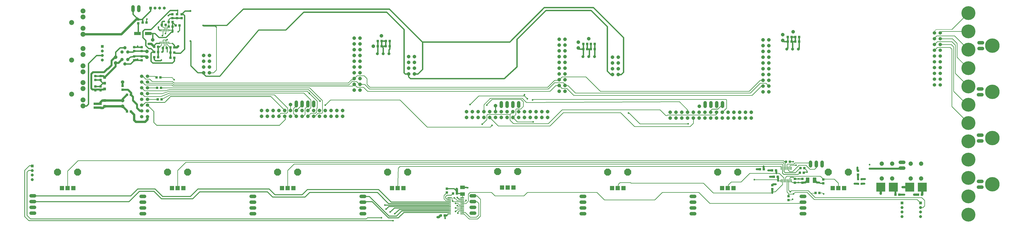
<source format=gbr>
G04 EAGLE Gerber RS-274X export*
G75*
%MOMM*%
%FSLAX34Y34*%
%LPD*%
%INTop Copper*%
%IPPOS*%
%AMOC8*
5,1,8,0,0,1.08239X$1,22.5*%
G01*
%ADD10P,1.649562X8X112.500000*%
%ADD11P,1.649562X8X22.500000*%
%ADD12R,1.308000X1.308000*%
%ADD13P,1.429621X8X202.500000*%
%ADD14P,1.429621X8X22.500000*%
%ADD15C,1.524000*%
%ADD16R,1.000000X1.100000*%
%ADD17C,1.308000*%
%ADD18R,1.100000X1.000000*%
%ADD19P,1.649562X8X202.500000*%
%ADD20R,3.000000X1.400000*%
%ADD21C,1.508000*%
%ADD22R,1.879600X1.879600*%
%ADD23P,3.247170X8X292.500000*%
%ADD24R,0.355600X1.460500*%
%ADD25C,0.102500*%
%ADD26R,2.000000X1.500000*%
%ADD27R,0.304800X0.990600*%
%ADD28C,2.184400*%
%ADD29C,1.879600*%
%ADD30R,4.000000X4.000000*%
%ADD31C,0.222250*%
%ADD32R,1.600000X2.400000*%
%ADD33C,0.254000*%
%ADD34C,0.609600*%
%ADD35C,1.500000*%
%ADD36C,0.812800*%
%ADD37C,0.406400*%
%ADD38C,0.756400*%
%ADD39C,0.304800*%
%ADD40C,1.016000*%
%ADD41C,0.956400*%
%ADD42C,0.508000*%
%ADD43C,0.200000*%
%ADD44C,6.096000*%
%ADD45C,0.203200*%
%ADD46C,6.350000*%


D10*
X850900Y665480D03*
X825500Y665480D03*
X850900Y690880D03*
X825500Y690880D03*
X850900Y716280D03*
X825500Y716280D03*
X850900Y741680D03*
X825500Y741680D03*
X1750060Y660400D03*
X1724660Y660400D03*
X1750060Y685800D03*
X1724660Y685800D03*
X1750060Y711200D03*
X1724660Y711200D03*
X1750060Y736600D03*
X1724660Y736600D03*
X2644140Y657860D03*
X2618740Y657860D03*
X2644140Y683260D03*
X2618740Y683260D03*
X2644140Y708660D03*
X2618740Y708660D03*
X2644140Y734060D03*
X2618740Y734060D03*
X1511300Y589280D03*
X1485900Y589280D03*
X1511300Y614680D03*
X1485900Y614680D03*
X1511300Y640080D03*
X1485900Y640080D03*
X1511300Y665480D03*
X1485900Y665480D03*
X1511300Y690880D03*
X1485900Y690880D03*
X1511300Y716280D03*
X1485900Y716280D03*
X1511300Y741680D03*
X1485900Y741680D03*
X1511300Y767080D03*
X1485900Y767080D03*
X1511300Y792480D03*
X1485900Y792480D03*
X1511300Y817880D03*
X1485900Y817880D03*
X2410460Y584200D03*
X2385060Y584200D03*
X2410460Y609600D03*
X2385060Y609600D03*
X2410460Y635000D03*
X2385060Y635000D03*
X2410460Y660400D03*
X2385060Y660400D03*
X2410460Y685800D03*
X2385060Y685800D03*
X2410460Y711200D03*
X2385060Y711200D03*
X2410460Y736600D03*
X2385060Y736600D03*
X2410460Y762000D03*
X2385060Y762000D03*
X2410460Y787400D03*
X2385060Y787400D03*
X2410460Y812800D03*
X2385060Y812800D03*
X3304540Y581660D03*
X3279140Y581660D03*
X3304540Y607060D03*
X3279140Y607060D03*
X3304540Y632460D03*
X3279140Y632460D03*
X3304540Y657860D03*
X3279140Y657860D03*
X3304540Y683260D03*
X3279140Y683260D03*
X3304540Y708660D03*
X3279140Y708660D03*
X3304540Y734060D03*
X3279140Y734060D03*
X3304540Y759460D03*
X3279140Y759460D03*
X3304540Y784860D03*
X3279140Y784860D03*
X3304540Y810260D03*
X3279140Y810260D03*
D11*
X1079246Y474472D03*
X1079246Y499872D03*
X1104646Y474472D03*
X1104646Y499872D03*
X1130046Y474472D03*
X1130046Y499872D03*
X1155446Y474472D03*
X1155446Y499872D03*
X1180846Y474472D03*
X1180846Y499872D03*
X1206246Y474472D03*
X1206246Y499872D03*
X1231646Y474472D03*
X1231646Y499872D03*
X1257046Y474472D03*
X1257046Y499872D03*
X1282446Y474472D03*
X1282446Y499872D03*
X1307846Y474472D03*
X1307846Y499872D03*
X1333246Y474472D03*
X1333246Y499872D03*
X1358646Y474472D03*
X1358646Y499872D03*
X1384046Y474472D03*
X1384046Y499872D03*
X1409446Y474472D03*
X1409446Y499872D03*
X1434846Y474472D03*
X1434846Y499872D03*
X1978152Y469646D03*
X1978152Y495046D03*
X2003552Y469646D03*
X2003552Y495046D03*
X2028952Y469646D03*
X2028952Y495046D03*
X2054352Y469646D03*
X2054352Y495046D03*
X2079752Y469646D03*
X2079752Y495046D03*
X2105152Y469646D03*
X2105152Y495046D03*
X2130552Y469646D03*
X2130552Y495046D03*
X2155952Y469646D03*
X2155952Y495046D03*
X2181352Y469646D03*
X2181352Y495046D03*
X2206752Y469646D03*
X2206752Y495046D03*
X2232152Y469646D03*
X2232152Y495046D03*
X2257552Y469646D03*
X2257552Y495046D03*
X2282952Y469646D03*
X2282952Y495046D03*
X2308352Y469646D03*
X2308352Y495046D03*
X2333752Y469646D03*
X2333752Y495046D03*
X2871978Y467106D03*
X2871978Y492506D03*
X2897378Y467106D03*
X2897378Y492506D03*
X2922778Y467106D03*
X2922778Y492506D03*
X2948178Y467106D03*
X2948178Y492506D03*
X2973578Y467106D03*
X2973578Y492506D03*
X2998978Y467106D03*
X2998978Y492506D03*
X3024378Y467106D03*
X3024378Y492506D03*
X3049778Y467106D03*
X3049778Y492506D03*
X3075178Y467106D03*
X3075178Y492506D03*
X3100578Y467106D03*
X3100578Y492506D03*
X3125978Y467106D03*
X3125978Y492506D03*
X3151378Y467106D03*
X3151378Y492506D03*
X3176778Y467106D03*
X3176778Y492506D03*
X3202178Y467106D03*
X3202178Y492506D03*
X3227578Y467106D03*
X3227578Y492506D03*
D12*
X391160Y518160D03*
X391160Y543560D03*
X391160Y594360D03*
X391160Y619760D03*
X391160Y645160D03*
D13*
X492760Y723900D03*
X480060Y704850D03*
X467360Y723900D03*
D14*
X467360Y756920D03*
X480060Y775970D03*
X492760Y756920D03*
D15*
X515620Y939800D02*
X515620Y955040D01*
X541020Y955040D02*
X541020Y939800D01*
D16*
X520700Y737480D03*
X520700Y720480D03*
X520700Y778120D03*
X520700Y761120D03*
X373380Y651120D03*
X373380Y634120D03*
X373380Y605400D03*
X373380Y588400D03*
D17*
X1638300Y749300D03*
X1612900Y749300D03*
X1587500Y749300D03*
D18*
X1589160Y782320D03*
X1606160Y782320D03*
X1641212Y782574D03*
X1624212Y782574D03*
D16*
X373380Y512200D03*
X373380Y529200D03*
D11*
X1569720Y782320D03*
D19*
X1605280Y828040D03*
X469900Y518160D03*
X469900Y543560D03*
D16*
X489340Y495300D03*
X506340Y495300D03*
X489340Y568960D03*
X506340Y568960D03*
X672220Y889000D03*
X689220Y889000D03*
D18*
X688340Y922900D03*
X688340Y905900D03*
X708660Y922900D03*
X708660Y905900D03*
X728980Y922900D03*
X728980Y905900D03*
X538480Y883040D03*
X538480Y900040D03*
D16*
X574920Y886460D03*
X557920Y886460D03*
D20*
X534800Y838200D03*
X582800Y838200D03*
D18*
X469900Y590940D03*
X469900Y607940D03*
D12*
X592300Y949960D03*
D17*
X612300Y949960D03*
X632300Y949960D03*
X652300Y949960D03*
D21*
X579120Y472440D03*
X553720Y472440D03*
X579120Y497840D03*
X553720Y497840D03*
X579120Y523240D03*
X553720Y523240D03*
X579120Y548640D03*
X553720Y548640D03*
X579120Y574040D03*
X553720Y574040D03*
X579120Y599440D03*
X553720Y599440D03*
X579120Y624840D03*
X553720Y624840D03*
X579120Y650240D03*
X553720Y650240D03*
D16*
X640960Y548640D03*
X623960Y548640D03*
X638420Y599440D03*
X621420Y599440D03*
X635880Y645160D03*
X618880Y645160D03*
D15*
X1308100Y535940D02*
X1308100Y520700D01*
X1282700Y520700D02*
X1282700Y535940D01*
X1257300Y535940D02*
X1257300Y520700D01*
X1231900Y520700D02*
X1231900Y535940D01*
X2207260Y533400D02*
X2207260Y518160D01*
X2181860Y518160D02*
X2181860Y533400D01*
X2156460Y533400D02*
X2156460Y518160D01*
X2131060Y518160D02*
X2131060Y533400D01*
X3101340Y533400D02*
X3101340Y518160D01*
X3075940Y518160D02*
X3075940Y533400D01*
X3050540Y533400D02*
X3050540Y518160D01*
X3025140Y518160D02*
X3025140Y533400D01*
D11*
X1206500Y525780D03*
X2105660Y520700D03*
X2999740Y518160D03*
X576580Y734060D03*
D19*
X576580Y759460D03*
X439420Y708660D03*
X439420Y734060D03*
D15*
X83820Y48260D02*
X68580Y48260D01*
X68580Y73660D02*
X83820Y73660D01*
X83820Y99060D02*
X68580Y99060D01*
X68580Y124460D02*
X83820Y124460D01*
X551180Y45720D02*
X566420Y45720D01*
X566420Y71120D02*
X551180Y71120D01*
X551180Y96520D02*
X566420Y96520D01*
X566420Y121920D02*
X551180Y121920D01*
X1033780Y45720D02*
X1049020Y45720D01*
X1049020Y71120D02*
X1033780Y71120D01*
X1033780Y96520D02*
X1049020Y96520D01*
X1049020Y121920D02*
X1033780Y121920D01*
X1516380Y45720D02*
X1531620Y45720D01*
X1531620Y71120D02*
X1516380Y71120D01*
X1516380Y96520D02*
X1531620Y96520D01*
X1531620Y121920D02*
X1516380Y121920D01*
X1998980Y48260D02*
X2014220Y48260D01*
X2014220Y73660D02*
X1998980Y73660D01*
X1998980Y99060D02*
X2014220Y99060D01*
X2014220Y124460D02*
X1998980Y124460D01*
X2481580Y45720D02*
X2496820Y45720D01*
X2496820Y71120D02*
X2481580Y71120D01*
X2481580Y96520D02*
X2496820Y96520D01*
X2496820Y121920D02*
X2481580Y121920D01*
X2964180Y45720D02*
X2979420Y45720D01*
X2979420Y71120D02*
X2964180Y71120D01*
X2964180Y96520D02*
X2979420Y96520D01*
X2979420Y121920D02*
X2964180Y121920D01*
X3446780Y45720D02*
X3462020Y45720D01*
X3462020Y71120D02*
X3446780Y71120D01*
X3446780Y96520D02*
X3462020Y96520D01*
X3462020Y121920D02*
X3446780Y121920D01*
D22*
X203600Y158600D03*
X228600Y158600D03*
X253600Y158600D03*
D23*
X184600Y228600D03*
X272600Y228600D03*
D22*
X686200Y158600D03*
X711200Y158600D03*
X736200Y158600D03*
D23*
X667200Y228600D03*
X755200Y228600D03*
D22*
X1168800Y158600D03*
X1193800Y158600D03*
X1218800Y158600D03*
D23*
X1149800Y228600D03*
X1237800Y228600D03*
D22*
X1651400Y158600D03*
X1676400Y158600D03*
X1701400Y158600D03*
D23*
X1632400Y228600D03*
X1720400Y228600D03*
D22*
X2134000Y161140D03*
X2159000Y161140D03*
X2184000Y161140D03*
D23*
X2115000Y231140D03*
X2203000Y231140D03*
D22*
X2616600Y158600D03*
X2641600Y158600D03*
X2666600Y158600D03*
D23*
X2597600Y228600D03*
X2685600Y228600D03*
D22*
X3099200Y158600D03*
X3124200Y158600D03*
X3149200Y158600D03*
D23*
X3080200Y228600D03*
X3168200Y228600D03*
D22*
X3584340Y158600D03*
X3609340Y158600D03*
X3634340Y158600D03*
D23*
X3565340Y228600D03*
X3653340Y228600D03*
D24*
X3402965Y245682D03*
X3396615Y245682D03*
X3390265Y245682D03*
X3383915Y245682D03*
X3377565Y245682D03*
X3371215Y245682D03*
X3364865Y245682D03*
X3358515Y245682D03*
X3358515Y191199D03*
X3364865Y191199D03*
X3371215Y191199D03*
X3377565Y191199D03*
X3383915Y191199D03*
X3390265Y191199D03*
X3396615Y191199D03*
X3402965Y191199D03*
D12*
X3970020Y93500D03*
D17*
X3970020Y73500D03*
X3970020Y53500D03*
X3970020Y33500D03*
D25*
X1909038Y115492D02*
X1894362Y115492D01*
X1894362Y118568D01*
X1909038Y118568D01*
X1909038Y115492D01*
X1909038Y116466D02*
X1894362Y116466D01*
X1894362Y117440D02*
X1909038Y117440D01*
X1909038Y118414D02*
X1894362Y118414D01*
X1894362Y108992D02*
X1909038Y108992D01*
X1894362Y108992D02*
X1894362Y112068D01*
X1909038Y112068D01*
X1909038Y108992D01*
X1909038Y109966D02*
X1894362Y109966D01*
X1894362Y110940D02*
X1909038Y110940D01*
X1909038Y111914D02*
X1894362Y111914D01*
X1894362Y102492D02*
X1909038Y102492D01*
X1894362Y102492D02*
X1894362Y105568D01*
X1909038Y105568D01*
X1909038Y102492D01*
X1909038Y103466D02*
X1894362Y103466D01*
X1894362Y104440D02*
X1909038Y104440D01*
X1909038Y105414D02*
X1894362Y105414D01*
X1894362Y95992D02*
X1909038Y95992D01*
X1894362Y95992D02*
X1894362Y99068D01*
X1909038Y99068D01*
X1909038Y95992D01*
X1909038Y96966D02*
X1894362Y96966D01*
X1894362Y97940D02*
X1909038Y97940D01*
X1909038Y98914D02*
X1894362Y98914D01*
X1894362Y89492D02*
X1909038Y89492D01*
X1894362Y89492D02*
X1894362Y92568D01*
X1909038Y92568D01*
X1909038Y89492D01*
X1909038Y90466D02*
X1894362Y90466D01*
X1894362Y91440D02*
X1909038Y91440D01*
X1909038Y92414D02*
X1894362Y92414D01*
X1894362Y82992D02*
X1909038Y82992D01*
X1894362Y82992D02*
X1894362Y86068D01*
X1909038Y86068D01*
X1909038Y82992D01*
X1909038Y83966D02*
X1894362Y83966D01*
X1894362Y84940D02*
X1909038Y84940D01*
X1909038Y85914D02*
X1894362Y85914D01*
X1894362Y76492D02*
X1909038Y76492D01*
X1894362Y76492D02*
X1894362Y79568D01*
X1909038Y79568D01*
X1909038Y76492D01*
X1909038Y77466D02*
X1894362Y77466D01*
X1894362Y78440D02*
X1909038Y78440D01*
X1909038Y79414D02*
X1894362Y79414D01*
X1894362Y69992D02*
X1909038Y69992D01*
X1894362Y69992D02*
X1894362Y73068D01*
X1909038Y73068D01*
X1909038Y69992D01*
X1909038Y70966D02*
X1894362Y70966D01*
X1894362Y71940D02*
X1909038Y71940D01*
X1909038Y72914D02*
X1894362Y72914D01*
X1894362Y63492D02*
X1909038Y63492D01*
X1894362Y63492D02*
X1894362Y66568D01*
X1909038Y66568D01*
X1909038Y63492D01*
X1909038Y64466D02*
X1894362Y64466D01*
X1894362Y65440D02*
X1909038Y65440D01*
X1909038Y66414D02*
X1894362Y66414D01*
X1894362Y56992D02*
X1909038Y56992D01*
X1894362Y56992D02*
X1894362Y60068D01*
X1909038Y60068D01*
X1909038Y56992D01*
X1909038Y57966D02*
X1894362Y57966D01*
X1894362Y58940D02*
X1909038Y58940D01*
X1909038Y59914D02*
X1894362Y59914D01*
X1894362Y50492D02*
X1909038Y50492D01*
X1894362Y50492D02*
X1894362Y53568D01*
X1909038Y53568D01*
X1909038Y50492D01*
X1909038Y51466D02*
X1894362Y51466D01*
X1894362Y52440D02*
X1909038Y52440D01*
X1909038Y53414D02*
X1894362Y53414D01*
X1894362Y43992D02*
X1909038Y43992D01*
X1894362Y43992D02*
X1894362Y47068D01*
X1909038Y47068D01*
X1909038Y43992D01*
X1909038Y44966D02*
X1894362Y44966D01*
X1894362Y45940D02*
X1909038Y45940D01*
X1909038Y46914D02*
X1894362Y46914D01*
X1951762Y43992D02*
X1966438Y43992D01*
X1951762Y43992D02*
X1951762Y47068D01*
X1966438Y47068D01*
X1966438Y43992D01*
X1966438Y44966D02*
X1951762Y44966D01*
X1951762Y45940D02*
X1966438Y45940D01*
X1966438Y46914D02*
X1951762Y46914D01*
X1951762Y50492D02*
X1966438Y50492D01*
X1951762Y50492D02*
X1951762Y53568D01*
X1966438Y53568D01*
X1966438Y50492D01*
X1966438Y51466D02*
X1951762Y51466D01*
X1951762Y52440D02*
X1966438Y52440D01*
X1966438Y53414D02*
X1951762Y53414D01*
X1951762Y56992D02*
X1966438Y56992D01*
X1951762Y56992D02*
X1951762Y60068D01*
X1966438Y60068D01*
X1966438Y56992D01*
X1966438Y57966D02*
X1951762Y57966D01*
X1951762Y58940D02*
X1966438Y58940D01*
X1966438Y59914D02*
X1951762Y59914D01*
X1951762Y63492D02*
X1966438Y63492D01*
X1951762Y63492D02*
X1951762Y66568D01*
X1966438Y66568D01*
X1966438Y63492D01*
X1966438Y64466D02*
X1951762Y64466D01*
X1951762Y65440D02*
X1966438Y65440D01*
X1966438Y66414D02*
X1951762Y66414D01*
X1951762Y69992D02*
X1966438Y69992D01*
X1951762Y69992D02*
X1951762Y73068D01*
X1966438Y73068D01*
X1966438Y69992D01*
X1966438Y70966D02*
X1951762Y70966D01*
X1951762Y71940D02*
X1966438Y71940D01*
X1966438Y72914D02*
X1951762Y72914D01*
X1951762Y76492D02*
X1966438Y76492D01*
X1951762Y76492D02*
X1951762Y79568D01*
X1966438Y79568D01*
X1966438Y76492D01*
X1966438Y77466D02*
X1951762Y77466D01*
X1951762Y78440D02*
X1966438Y78440D01*
X1966438Y79414D02*
X1951762Y79414D01*
X1951762Y82992D02*
X1966438Y82992D01*
X1951762Y82992D02*
X1951762Y86068D01*
X1966438Y86068D01*
X1966438Y82992D01*
X1966438Y83966D02*
X1951762Y83966D01*
X1951762Y84940D02*
X1966438Y84940D01*
X1966438Y85914D02*
X1951762Y85914D01*
X1951762Y89492D02*
X1966438Y89492D01*
X1951762Y89492D02*
X1951762Y92568D01*
X1966438Y92568D01*
X1966438Y89492D01*
X1966438Y90466D02*
X1951762Y90466D01*
X1951762Y91440D02*
X1966438Y91440D01*
X1966438Y92414D02*
X1951762Y92414D01*
X1951762Y95992D02*
X1966438Y95992D01*
X1951762Y95992D02*
X1951762Y99068D01*
X1966438Y99068D01*
X1966438Y95992D01*
X1966438Y96966D02*
X1951762Y96966D01*
X1951762Y97940D02*
X1966438Y97940D01*
X1966438Y98914D02*
X1951762Y98914D01*
X1951762Y102492D02*
X1966438Y102492D01*
X1951762Y102492D02*
X1951762Y105568D01*
X1966438Y105568D01*
X1966438Y102492D01*
X1966438Y103466D02*
X1951762Y103466D01*
X1951762Y104440D02*
X1966438Y104440D01*
X1966438Y105414D02*
X1951762Y105414D01*
X1951762Y108992D02*
X1966438Y108992D01*
X1951762Y108992D02*
X1951762Y112068D01*
X1966438Y112068D01*
X1966438Y108992D01*
X1966438Y109966D02*
X1951762Y109966D01*
X1951762Y110940D02*
X1966438Y110940D01*
X1966438Y111914D02*
X1951762Y111914D01*
X1951762Y115492D02*
X1966438Y115492D01*
X1951762Y115492D02*
X1951762Y118568D01*
X1966438Y118568D01*
X1966438Y115492D01*
X1966438Y116466D02*
X1951762Y116466D01*
X1951762Y117440D02*
X1966438Y117440D01*
X1966438Y118414D02*
X1951762Y118414D01*
D16*
X1936360Y134620D03*
X1919360Y134620D03*
D18*
X1866020Y38100D03*
X1883020Y38100D03*
D26*
X1960880Y132320D03*
X1960880Y162320D03*
D18*
X1892300Y138820D03*
X1892300Y155820D03*
D27*
X671830Y852678D03*
X665480Y852678D03*
X659130Y852678D03*
X652780Y852678D03*
X646430Y852678D03*
X640080Y852678D03*
X633730Y852678D03*
X671830Y798322D03*
X665480Y798322D03*
X659130Y798322D03*
X652780Y798322D03*
X646430Y798322D03*
X640080Y798322D03*
X633730Y798322D03*
D16*
X608720Y756920D03*
X625720Y756920D03*
X608720Y734060D03*
X625720Y734060D03*
X696840Y754380D03*
X679840Y754380D03*
X696840Y731520D03*
X679840Y731520D03*
D12*
X381000Y781840D03*
D17*
X381000Y761840D03*
X381000Y741840D03*
X381000Y721840D03*
D16*
X625720Y779780D03*
X608720Y779780D03*
X679840Y777240D03*
X696840Y777240D03*
D21*
X4030980Y840740D03*
X4056380Y840740D03*
X4030980Y815340D03*
X4056380Y815340D03*
X4030980Y789940D03*
X4056380Y789940D03*
X4030980Y764540D03*
X4056380Y764540D03*
X4030980Y739140D03*
X4056380Y739140D03*
X4030980Y713740D03*
X4056380Y713740D03*
X4030980Y688340D03*
X4056380Y688340D03*
X4030980Y662940D03*
X4056380Y662940D03*
X4030980Y637540D03*
X4056380Y637540D03*
X4030980Y612140D03*
X4056380Y612140D03*
D15*
X4226560Y797560D02*
X4241800Y797560D01*
X4241800Y772160D02*
X4226560Y772160D01*
X4224020Y594360D02*
X4239260Y594360D01*
X4239260Y568960D02*
X4224020Y568960D01*
X4224020Y187960D02*
X4239260Y187960D01*
X4239260Y162560D02*
X4224020Y162560D01*
X4224020Y391160D02*
X4239260Y391160D01*
X4239260Y365760D02*
X4224020Y365760D01*
D28*
X246380Y721360D03*
X296380Y746360D03*
X296380Y772360D03*
X296380Y696360D03*
X296380Y670360D03*
X246380Y571500D03*
X296380Y596500D03*
X296380Y622500D03*
X296380Y546500D03*
X296380Y520500D03*
X246380Y886460D03*
X296380Y911460D03*
X296380Y937460D03*
X296380Y861460D03*
X296380Y835460D03*
D16*
X553720Y737480D03*
X553720Y720480D03*
D18*
X663820Y774700D03*
X646820Y774700D03*
X641740Y876300D03*
X658740Y876300D03*
D16*
X553720Y778120D03*
X553720Y761120D03*
X350520Y651120D03*
X350520Y634120D03*
X350520Y605400D03*
X350520Y588400D03*
X347980Y512200D03*
X347980Y529200D03*
D18*
X1641720Y805180D03*
X1624720Y805180D03*
X1589160Y805180D03*
X1606160Y805180D03*
D16*
X702700Y873760D03*
X719700Y873760D03*
D17*
X2540000Y736600D03*
X2514600Y736600D03*
X2489200Y736600D03*
D18*
X2490860Y769620D03*
X2507860Y769620D03*
X2540880Y769620D03*
X2523880Y769620D03*
D11*
X2468880Y774700D03*
X2514600Y815340D03*
D18*
X2540880Y792480D03*
X2523880Y792480D03*
X2490860Y792480D03*
X2507860Y792480D03*
D17*
X3434080Y769620D03*
X3408680Y769620D03*
X3383280Y769620D03*
D18*
X3387480Y802640D03*
X3404480Y802640D03*
X3437500Y802640D03*
X3420500Y802640D03*
D11*
X3365500Y807720D03*
X3411220Y845820D03*
D18*
X3437500Y822960D03*
X3420500Y822960D03*
X3387480Y822960D03*
X3404480Y822960D03*
D11*
X3365500Y833120D03*
X2468880Y800100D03*
D16*
X3418840Y182000D03*
X3418840Y199000D03*
X3451860Y182000D03*
X3451860Y199000D03*
D29*
X3927094Y201168D03*
X3927094Y266192D03*
X3972306Y201168D03*
X3972306Y266192D03*
D30*
X3850200Y162560D03*
X3795200Y162560D03*
D16*
X3859920Y129540D03*
X3876920Y129540D03*
D29*
X3800094Y201168D03*
X3800094Y266192D03*
X3845306Y201168D03*
X3845306Y266192D03*
D12*
X73660Y256060D03*
D17*
X73660Y236060D03*
X73660Y216060D03*
X73660Y196060D03*
D12*
X3888740Y93500D03*
D17*
X3888740Y73500D03*
X3888740Y53500D03*
X3888740Y33500D03*
D31*
X3699034Y194786D02*
X3692366Y194786D01*
X3692366Y201454D01*
X3699034Y201454D01*
X3699034Y194786D01*
X3699034Y196898D02*
X3692366Y196898D01*
X3692366Y199010D02*
X3699034Y199010D01*
X3699034Y201122D02*
X3692366Y201122D01*
X3707606Y194786D02*
X3714274Y194786D01*
X3707606Y194786D02*
X3707606Y201454D01*
X3714274Y201454D01*
X3714274Y194786D01*
X3714274Y196898D02*
X3707606Y196898D01*
X3707606Y199010D02*
X3714274Y199010D01*
X3714274Y201122D02*
X3707606Y201122D01*
X3699034Y174466D02*
X3692366Y174466D01*
X3692366Y181134D01*
X3699034Y181134D01*
X3699034Y174466D01*
X3699034Y176578D02*
X3692366Y176578D01*
X3692366Y178690D02*
X3699034Y178690D01*
X3699034Y180802D02*
X3692366Y180802D01*
X3707606Y174466D02*
X3714274Y174466D01*
X3707606Y174466D02*
X3707606Y181134D01*
X3714274Y181134D01*
X3714274Y174466D01*
X3714274Y176578D02*
X3707606Y176578D01*
X3707606Y178690D02*
X3714274Y178690D01*
X3714274Y180802D02*
X3707606Y180802D01*
D15*
X3881120Y246380D02*
X3896360Y246380D01*
X3896360Y271780D02*
X3881120Y271780D01*
D18*
X3379860Y274320D03*
X3396860Y274320D03*
X3443360Y246380D03*
X3460360Y246380D03*
X3440820Y226060D03*
X3457820Y226060D03*
X3282560Y241300D03*
X3265560Y241300D03*
X3343520Y208280D03*
X3326520Y208280D03*
D16*
X3319780Y154060D03*
X3319780Y171060D03*
D18*
X3335900Y236220D03*
X3318900Y236220D03*
D16*
X3543300Y196460D03*
X3543300Y179460D03*
D30*
X3977200Y162560D03*
X3922200Y162560D03*
D16*
X3975980Y129540D03*
X3958980Y129540D03*
D18*
X3390900Y105800D03*
X3390900Y122800D03*
D16*
X3526400Y137160D03*
X3509400Y137160D03*
D15*
X3487420Y256540D02*
X3487420Y271780D01*
X3512820Y271780D02*
X3512820Y256540D01*
X3538220Y256540D02*
X3538220Y271780D01*
D18*
X3695700Y234560D03*
X3695700Y217560D03*
X672220Y868680D03*
X689220Y868680D03*
D11*
X601980Y810260D03*
D32*
X3474960Y193040D03*
X3504960Y193040D03*
D33*
X373380Y634120D02*
X373380Y635000D01*
X372110Y633730D01*
X370840Y632460D01*
X368380Y632460D01*
X373380Y634120D02*
X373380Y629920D01*
D34*
X383540Y619760D02*
X391160Y619760D01*
X383540Y619760D02*
X373380Y629920D01*
D33*
X373380Y605400D02*
X373380Y604520D01*
X370840Y607060D01*
X368380Y607060D01*
X373380Y605400D02*
X373380Y609600D01*
D34*
X383540Y619760D01*
D33*
X520700Y720480D02*
X523200Y723980D01*
D35*
X469900Y624840D03*
D36*
X469900Y607940D01*
D37*
X574920Y886460D02*
X574920Y900040D01*
X576580Y901700D01*
D38*
X576580Y901700D03*
D33*
X659130Y878731D02*
X659130Y876300D01*
X659130Y852678D01*
D34*
X371720Y634120D02*
X350520Y634120D01*
D37*
X371720Y634120D02*
X372110Y633730D01*
D34*
X369180Y605400D02*
X350520Y605400D01*
X369180Y605400D02*
X370840Y607060D01*
X520700Y720480D02*
X553720Y720480D01*
D33*
X663820Y774700D02*
X663820Y778900D01*
X659130Y783590D02*
X659130Y798322D01*
X659130Y783590D02*
X663820Y778900D01*
X646430Y798322D02*
X646430Y808990D01*
X647700Y810260D01*
X657860Y810260D02*
X659130Y808990D01*
X659130Y807720D01*
X659130Y798322D01*
X657860Y810260D02*
X647700Y810260D01*
D34*
X520700Y720480D02*
X505070Y704850D01*
X480060Y704850D01*
X520700Y778120D02*
X553720Y778120D01*
D37*
X663820Y774700D02*
X665480Y773040D01*
X665480Y756920D01*
X659130Y807720D02*
X661670Y810260D01*
X663928Y810260D01*
X665480Y811812D01*
D38*
X665480Y811812D03*
X657860Y838200D03*
D33*
X659130Y839470D02*
X659130Y852678D01*
X659130Y839470D02*
X657860Y838200D01*
D34*
X658740Y876300D02*
X659130Y876300D01*
D37*
X535940Y782320D02*
X530860Y777240D01*
X521580Y777240D02*
X520700Y778120D01*
X521580Y777240D02*
X530860Y777240D01*
D38*
X535940Y782320D03*
D37*
X521580Y721360D02*
X520700Y720480D01*
X521580Y721360D02*
X535940Y721360D01*
X525108Y724888D02*
X520700Y720480D01*
X525108Y724888D02*
X535940Y724888D01*
D38*
X535940Y724888D03*
D34*
X520700Y737480D02*
X503852Y734992D01*
X492760Y723900D01*
X571500Y739140D02*
X576580Y734060D01*
X522360Y739140D02*
X520700Y737480D01*
X522360Y739140D02*
X571500Y739140D01*
D33*
X646430Y866140D02*
X641858Y870712D01*
X646430Y866140D02*
X651510Y866140D01*
X653233Y864417D01*
X653233Y853131D01*
X652780Y852678D01*
D34*
X641858Y870712D02*
X641740Y870830D01*
X641740Y876300D01*
D38*
X652780Y891540D03*
D34*
X645160Y891540D01*
X642620Y889000D01*
X642620Y877180D02*
X641740Y876300D01*
X642620Y877180D02*
X642620Y889000D01*
D37*
X573160Y737480D02*
X553720Y737480D01*
X573160Y737480D02*
X576580Y734060D01*
D33*
X652780Y784860D02*
X652780Y798322D01*
X646820Y778900D02*
X646820Y774700D01*
X646820Y778900D02*
X652780Y784860D01*
D34*
X576580Y759460D02*
X574920Y761120D01*
X553720Y761120D01*
X520700Y761120D01*
X516500Y756920D01*
X492760Y756920D01*
X646820Y758580D02*
X646820Y774700D01*
X646820Y758580D02*
X645160Y756920D01*
X642620Y756920D01*
D38*
X642620Y756920D03*
D33*
X553720Y574040D02*
X566420Y561340D01*
X637540Y561340D01*
X675640Y576580D01*
X1264920Y576580D01*
X1295400Y546100D01*
X1295400Y512515D01*
X1282757Y499872D01*
X1282446Y499872D01*
D38*
X2047240Y439420D03*
D33*
X2067560Y459740D01*
X2067560Y480060D01*
X2070100Y482600D01*
X2169160Y482600D01*
X2181352Y494792D02*
X2181352Y495046D01*
X2181352Y494792D02*
X2169160Y482600D01*
X2169160Y482854D02*
X2181352Y495046D01*
X2169160Y482854D02*
X2169160Y457200D01*
X2184400Y441960D01*
X2336800Y441960D02*
X2397760Y502920D01*
X2827020Y502920D01*
X2852420Y477520D01*
X2857500Y477520D01*
X2860040Y480060D01*
X3070860Y480060D01*
X3075178Y484378D01*
X3075178Y492506D01*
X2336800Y441960D02*
X2184400Y441960D01*
X642620Y574040D02*
X579120Y574040D01*
X642620Y574040D02*
X673100Y584200D01*
X1280160Y584200D01*
X1289050Y575310D01*
X1323340Y541020D01*
X1323340Y510540D01*
X1320800Y508000D01*
X1320800Y492760D01*
X1315720Y487680D01*
X1295654Y487680D02*
X1282446Y474472D01*
X1295654Y487680D02*
X1315720Y487680D01*
X2181352Y469646D02*
X2194306Y482600D01*
X2194560Y482600D01*
X2194560Y505460D01*
X2196817Y507717D01*
X2201897Y507717D01*
X2202631Y506984D01*
X2216404Y506984D01*
X2227580Y518160D01*
X2227580Y538480D01*
X2217420Y548640D01*
X2090420Y548640D01*
X2067560Y525780D01*
X2067560Y523240D01*
D38*
X2067560Y523240D03*
X1289050Y575310D03*
X2950436Y441134D03*
D33*
X2738947Y441134D01*
X2689860Y490220D01*
X2688590Y488950D01*
D38*
X2688590Y488950D03*
X2270760Y449580D03*
D33*
X2201418Y449580D01*
X2181352Y469646D01*
X1290320Y599440D02*
X638420Y599440D01*
X1290320Y599440D02*
X1346200Y543560D01*
X1346200Y490220D01*
X1343660Y487680D01*
X1312672Y474472D02*
X1307846Y474472D01*
X1325880Y487680D02*
X1343660Y487680D01*
X1325880Y487680D02*
X1312672Y474472D01*
D38*
X1993900Y525780D03*
D33*
X2032000Y563880D01*
X2227580Y563880D01*
X2232660Y563880D01*
X2245360Y551180D01*
D38*
X2245360Y551180D03*
X2232660Y568960D03*
D33*
X2227580Y563880D01*
X566420Y586740D02*
X553720Y599440D01*
X566420Y586740D02*
X656759Y586740D01*
X675386Y592328D01*
X1284732Y592328D01*
X1336040Y541020D01*
D38*
X1336040Y541020D03*
X2090420Y434340D03*
D33*
X2082800Y426720D01*
D38*
X1358900Y523240D03*
D33*
X1805940Y426720D02*
X2082800Y426720D01*
X1805940Y426720D02*
X1686560Y546100D01*
X1381760Y546100D01*
X1358900Y523240D01*
X3100578Y492506D02*
X3119120Y511048D01*
X3119120Y546100D01*
X3116580Y548640D01*
X2270760Y548640D02*
X2268220Y546100D01*
D38*
X2268220Y546100D03*
D33*
X2270760Y548640D02*
X3116580Y548640D01*
X558800Y650240D02*
X553720Y650240D01*
X558800Y650240D02*
X571500Y637540D01*
X589280Y637540D01*
X599440Y627380D01*
X688594Y627380D01*
X694690Y621284D01*
X1459484Y621284D01*
X1473200Y635000D01*
X1480820Y635000D01*
X1485900Y640080D01*
X1498600Y652780D01*
X1529080Y652780D02*
X1541780Y640080D01*
X1541780Y614680D01*
X1554480Y601980D01*
X2334260Y601980D01*
X2364740Y632460D01*
X2382520Y632460D01*
X2385060Y635000D01*
X1529080Y652780D02*
X1498600Y652780D01*
X2385060Y635000D02*
X2397760Y647700D01*
X2565400Y584200D02*
X3218180Y584200D01*
X3266440Y632460D02*
X3279140Y632460D01*
X3266440Y632460D02*
X3218180Y584200D01*
X2501900Y647700D02*
X2397760Y647700D01*
X2501900Y647700D02*
X2565400Y584200D01*
D38*
X696214Y635508D03*
D33*
X686562Y645160D02*
X635880Y645160D01*
X686562Y645160D02*
X696214Y635508D01*
X556260Y624840D02*
X553720Y624840D01*
X556260Y624840D02*
X568960Y612140D01*
X685800Y612140D01*
X690880Y607060D01*
X1478280Y607060D01*
X1485900Y614680D01*
X1498600Y601980D01*
X1526540Y601980D01*
X1544320Y584200D01*
X2344420Y584200D01*
X2369820Y609600D01*
X2385060Y609600D01*
X2395220Y599440D01*
X2395220Y596900D01*
X3271520Y607060D02*
X3279140Y607060D01*
X2418080Y596900D02*
X2395220Y596900D01*
X2418080Y596900D02*
X2448560Y566420D01*
X3230880Y566420D01*
X3271520Y607060D01*
X3291840Y619760D02*
X3304540Y607060D01*
X2423160Y609600D02*
X2410460Y609600D01*
X3266440Y619760D02*
X3291840Y619760D01*
X3266440Y619760D02*
X3223260Y576580D01*
X2456180Y576580D01*
X2423160Y609600D01*
X2410460Y609600D02*
X2410460Y614680D01*
X2402840Y622300D01*
X2364740Y622300D01*
X2336800Y594360D01*
X1551940Y594360D01*
X1531620Y614680D01*
X1511300Y614680D01*
X1508760Y614680D01*
X1496060Y627380D01*
X1475740Y627380D01*
X1461770Y613410D01*
X693674Y613410D01*
X687324Y619760D01*
X584200Y619760D01*
X579120Y624840D01*
D39*
X559005Y523240D02*
X553720Y523240D01*
X559005Y523240D02*
X571371Y535606D01*
X654986Y535606D01*
X1180846Y500634D02*
X1180846Y499872D01*
X680720Y561340D02*
X654986Y535606D01*
X680720Y561340D02*
X1120140Y561340D01*
X1180846Y500634D01*
D33*
X2948178Y502720D02*
X2948178Y492506D01*
X2912305Y538592D02*
X2240683Y535537D01*
X2222500Y553720D01*
X2082800Y553720D01*
X2054352Y525272D01*
X2054352Y495046D01*
X2912305Y538592D02*
X2948178Y502720D01*
D39*
X607060Y495300D02*
X579120Y523240D01*
X607060Y495300D02*
X607060Y447040D01*
X619760Y434340D01*
X1158240Y434340D02*
X1183640Y459740D01*
X1183640Y471678D01*
X1180846Y474472D01*
X1158240Y434340D02*
X619760Y434340D01*
D33*
X2973578Y443738D02*
X2973578Y467106D01*
X2973578Y443738D02*
X2959100Y429260D01*
X2715260Y429260D01*
X2654300Y490220D01*
X2402840Y490220D01*
X2344420Y431800D01*
X2117598Y431800D01*
X2079752Y469646D01*
X678180Y568970D02*
X640960Y548640D01*
X1135380Y568960D02*
X1193800Y510540D01*
X1193800Y492760D01*
X1188720Y487680D01*
X1163320Y487680D01*
X1155446Y479806D01*
X1155446Y474472D01*
X1135380Y568960D02*
X678180Y568970D01*
D36*
X467360Y723900D02*
X452120Y708660D01*
X439420Y708660D01*
X439420Y693420D01*
X391160Y645160D01*
D34*
X373380Y651120D02*
X350520Y651120D01*
D36*
X373380Y651120D02*
X385200Y651120D01*
X391160Y645160D01*
D33*
X391160Y594360D02*
X373420Y594360D01*
X373403Y591820D01*
X373380Y588400D01*
D36*
X436880Y734060D02*
X439420Y734060D01*
X436880Y734060D02*
X421640Y718820D01*
X421640Y698500D01*
X406400Y683260D01*
X403860Y683260D01*
X388620Y668020D01*
X340360Y668020D01*
X332740Y660400D01*
X337860Y591780D02*
X388580Y591780D01*
X391160Y594360D01*
X332740Y596900D02*
X332740Y660400D01*
X332740Y596900D02*
X337860Y591780D01*
D34*
X458470Y775970D02*
X480060Y775970D01*
X458470Y775970D02*
X439420Y756920D01*
X439420Y734060D01*
D37*
X353940Y591820D02*
X350520Y588400D01*
X353940Y591820D02*
X373403Y591820D01*
D34*
X1589160Y750960D02*
X1589160Y782320D01*
X1589160Y750960D02*
X1587500Y749300D01*
X1589160Y782320D02*
X1589160Y805180D01*
D40*
X520700Y480940D02*
X506340Y495300D01*
X520700Y480940D02*
X520700Y457200D01*
X528320Y449580D01*
X568960Y449580D02*
X579120Y459740D01*
X579120Y472440D01*
X568960Y449580D02*
X528320Y449580D01*
D34*
X1638300Y749300D02*
X1638300Y767080D01*
X1641212Y769992D02*
X1641212Y782574D01*
X1641212Y769992D02*
X1638300Y767080D01*
X1641212Y782574D02*
X1641212Y804672D01*
X1641720Y805180D01*
X3437500Y802640D02*
X3437500Y822960D01*
X3437500Y802640D02*
X3437500Y773040D01*
X3434080Y769620D01*
X2540880Y769620D02*
X2540880Y737480D01*
X2540000Y736600D01*
X2540880Y769620D02*
X2540880Y792480D01*
D40*
X469900Y543560D02*
X391160Y543560D01*
X381000Y543560D01*
X373380Y535940D01*
D33*
X373380Y529200D01*
X372110Y534670D02*
X373380Y535940D01*
D36*
X469900Y549520D02*
X489340Y568960D01*
X469900Y549520D02*
X469900Y543560D01*
D40*
X371720Y529200D02*
X347980Y529200D01*
X371720Y529200D02*
X372110Y534670D01*
X391160Y518160D02*
X469900Y518160D01*
X391160Y518160D02*
X383540Y510540D01*
X375040Y510540D02*
X373380Y512200D01*
X375040Y510540D02*
X383540Y510540D01*
D36*
X469900Y518160D02*
X489340Y498720D01*
X489340Y495300D01*
D40*
X373380Y512200D02*
X347980Y512200D01*
D36*
X469900Y590940D02*
X493640Y590940D01*
X508000Y576580D01*
X508000Y570620D01*
X506340Y568960D01*
X546100Y497840D02*
X553720Y497840D01*
X533400Y525780D02*
X515620Y543560D01*
X533400Y525780D02*
X533400Y510540D01*
X546100Y497840D01*
D34*
X1606160Y782320D02*
X1606160Y805180D01*
X1624720Y805180D01*
X1624212Y804672D01*
X1624212Y782574D01*
X1623958Y782320D01*
X1606160Y782320D01*
X1612900Y775580D01*
X1612900Y749300D01*
X3404480Y802640D02*
X3404480Y822960D01*
X3404480Y802640D02*
X3420500Y802640D01*
X3420500Y822960D01*
X3404480Y822960D01*
X3404480Y802640D02*
X3408680Y798440D01*
X3408680Y769620D01*
X2507860Y769620D02*
X2507860Y792480D01*
X2523880Y792480D02*
X2523880Y769620D01*
X2517140Y769620D01*
X2507860Y769620D01*
X2517140Y769620D02*
X2517140Y739140D01*
X2514600Y736600D01*
D36*
X515620Y559680D02*
X506340Y568960D01*
X515620Y559680D02*
X515620Y543560D01*
D38*
X492760Y591058D03*
D34*
X676520Y922900D02*
X688340Y922900D01*
X676520Y922900D02*
X670560Y916940D01*
D38*
X670560Y916940D03*
D34*
X608720Y723900D02*
X613800Y718820D01*
X608720Y723900D02*
X608720Y734060D01*
D37*
X637540Y718820D02*
X640080Y721360D01*
D34*
X637540Y718820D02*
X613800Y718820D01*
D38*
X640080Y721360D03*
X711200Y939800D03*
D37*
X711200Y929640D01*
X708660Y927100D01*
X708660Y922900D01*
D34*
X696840Y731520D02*
X696840Y717160D01*
X688340Y708660D01*
X601980Y708660D01*
X594360Y716280D01*
X594360Y751840D01*
X599440Y756920D01*
X607060Y756920D01*
D37*
X608720Y756920D01*
D34*
X678180Y939800D02*
X711200Y939800D01*
X566420Y855980D02*
X558800Y848360D01*
X558800Y820420D01*
X571500Y807720D02*
X571500Y784860D01*
X584200Y772160D01*
X594360Y772160D01*
X607060Y759460D01*
D39*
X607060Y756920D01*
D34*
X594360Y855980D02*
X678180Y939800D01*
X594360Y855980D02*
X566420Y855980D01*
X558800Y820420D02*
X571500Y807720D01*
D41*
X767080Y937260D03*
D34*
X743340Y937260D02*
X728980Y922900D01*
X743340Y937260D02*
X767080Y937260D01*
X735720Y922900D02*
X728980Y922900D01*
X735720Y922900D02*
X741680Y916940D01*
X741680Y769620D01*
X723900Y751840D01*
X699380Y751840D01*
D37*
X696840Y754380D01*
D33*
X672220Y871220D02*
X672220Y889000D01*
X672220Y871220D02*
X665907Y864907D01*
X665480Y863600D01*
D34*
X688340Y905900D02*
X708660Y905900D01*
X728980Y905900D01*
D37*
X688340Y905900D02*
X678960Y905900D01*
X672220Y899160D01*
X672220Y889000D01*
D33*
X665480Y863600D02*
X665480Y852678D01*
X669680Y866140D02*
X672220Y868680D01*
X669680Y866140D02*
X666649Y866140D01*
X665480Y864971D02*
X665480Y852678D01*
X665480Y864971D02*
X666649Y866140D01*
D34*
X538480Y883040D02*
X538480Y841880D01*
X534800Y838200D01*
X538480Y900040D02*
X555380Y900040D01*
D37*
X556260Y899160D01*
X557920Y886460D01*
D34*
X538480Y900040D02*
X515620Y922900D01*
X515620Y947420D01*
X592300Y949960D02*
X592300Y937740D01*
X557920Y903360D01*
X557920Y886460D01*
D40*
X538480Y900040D02*
X533840Y904680D01*
X464620Y835460D02*
X296380Y835460D01*
X464620Y835460D02*
X533840Y904680D01*
D33*
X618000Y646040D02*
X618880Y645160D01*
X618000Y646040D02*
X616340Y646040D01*
X612140Y650240D01*
X579120Y650240D01*
X579120Y599440D02*
X621420Y599440D01*
X623960Y548640D02*
X579120Y548640D01*
X1231900Y528320D02*
X1231900Y520700D01*
X1219200Y508000D01*
X1219200Y486918D01*
X1231646Y474472D01*
X1257300Y525526D02*
X1257300Y528320D01*
X1257300Y525526D02*
X1231646Y499872D01*
X1282700Y520700D02*
X1282700Y528320D01*
X1282700Y520700D02*
X1270000Y508000D01*
X1270000Y482600D01*
X1261872Y474472D01*
X1257046Y474472D01*
D39*
X3081020Y505460D02*
X3101340Y525780D01*
X3081020Y505460D02*
X3055620Y505460D01*
X3049778Y499618D01*
X3049778Y492506D01*
D33*
X1206500Y500126D02*
X1206500Y525780D01*
X1206500Y500126D02*
X1206246Y499872D01*
D37*
X2105660Y495554D02*
X2105660Y520700D01*
X2105660Y495554D02*
X2105152Y495046D01*
D33*
X3377565Y269875D02*
X3377565Y245682D01*
X3377565Y269875D02*
X3376490Y270950D01*
X3368040Y279400D01*
X274320Y279400D01*
X228600Y233680D01*
X228600Y158600D01*
D39*
X3376490Y270950D02*
X3379860Y274320D01*
D33*
X3371215Y266860D02*
X3371215Y245682D01*
X746760Y271780D02*
X711200Y236220D01*
X711200Y158600D01*
X3366295Y271780D02*
X3371215Y266860D01*
X3366295Y271780D02*
X746760Y271780D01*
D39*
X3371215Y245682D02*
X3371215Y230759D01*
X3375660Y226314D01*
X3421634Y226314D01*
X3441700Y246380D02*
X3443360Y246380D01*
X3441700Y246380D02*
X3421634Y226314D01*
D33*
X3364865Y245682D02*
X3364865Y264160D01*
X1221740Y264160D01*
X1193800Y236220D01*
X1193800Y158600D01*
D39*
X3364865Y224155D02*
X3364865Y245682D01*
X3364865Y224155D02*
X3370580Y218440D01*
X3433200Y218440D01*
X3440820Y226060D01*
D33*
X3358515Y245682D02*
X3358515Y254000D01*
X1686560Y254000D02*
X1678940Y246380D01*
X1676400Y158600D01*
X3281680Y254000D02*
X3358515Y254000D01*
X3281680Y254000D02*
X1686560Y254000D01*
D36*
X3281680Y242180D02*
X3282560Y241300D01*
X3281680Y242180D02*
X3281680Y254000D01*
D33*
X3241739Y196279D02*
X3345180Y196279D01*
X3345180Y191199D02*
X3358515Y191199D01*
X3241739Y196279D02*
X3241040Y195580D01*
D38*
X3241040Y195580D03*
D36*
X3343520Y208280D02*
X3345180Y206620D01*
X3345180Y196279D01*
X3345180Y191199D01*
D33*
X3364865Y191199D02*
X3364865Y174625D01*
X3060700Y137160D02*
X3017520Y180340D01*
X2700020Y180340D01*
X2697480Y182880D01*
X2651760Y182880D01*
X2644140Y175260D01*
X2641600Y158600D01*
X3332480Y142240D02*
X3364865Y174625D01*
X3332480Y142240D02*
X3319780Y142240D01*
X3319780Y137160D02*
X3060700Y137160D01*
D36*
X3319780Y142240D02*
X3319780Y154060D01*
X3319780Y142240D02*
X3319780Y137160D01*
D33*
X3371215Y191199D02*
X3370580Y191834D01*
X3370580Y203200D01*
X3350260Y223520D01*
X3182620Y185420D02*
X3139440Y185420D01*
X3126740Y172720D01*
X3124200Y158600D01*
X3337560Y223520D02*
X3350260Y223520D01*
X3337560Y223520D02*
X3220720Y223520D01*
X3182620Y185420D01*
D36*
X3335900Y236220D02*
X3337560Y234560D01*
X3337560Y223520D01*
D33*
X3609340Y180340D02*
X3609340Y158600D01*
X3383280Y210820D02*
X3377565Y205105D01*
X3377565Y191199D01*
X3591560Y198120D02*
X3609340Y180340D01*
X3591560Y198120D02*
X3544960Y198120D01*
X3543300Y198120D02*
X3530600Y210820D01*
X3383280Y210820D01*
X3543300Y198120D02*
X3543300Y196460D01*
X3544960Y198120D01*
D39*
X3412100Y205740D02*
X3399155Y205740D01*
D38*
X3435350Y199390D03*
D39*
X3418840Y199000D02*
X3412100Y205740D01*
D37*
X3418840Y199000D02*
X3419230Y199390D01*
X3435350Y199390D01*
X3451470Y199390D01*
X3451860Y199000D01*
D36*
X3886200Y243840D02*
X3888740Y246380D01*
X3886200Y243840D02*
X3746500Y243840D01*
D38*
X3746500Y243840D03*
D36*
X3695700Y177800D02*
X3680460Y177800D01*
D38*
X3680460Y177800D03*
D36*
X3318900Y236220D02*
X3302000Y236220D01*
D38*
X3302000Y236220D03*
D36*
X3323980Y175260D02*
X3319780Y171060D01*
X3323980Y175260D02*
X3335020Y175260D01*
D38*
X3335020Y175260D03*
D36*
X3326520Y208280D02*
X3309620Y208280D01*
D38*
X3309620Y208280D03*
D36*
X3265560Y241300D02*
X3251200Y241300D01*
D38*
X3251200Y241300D03*
D39*
X3457820Y226060D02*
X3460360Y228600D01*
X3472180Y228600D01*
D38*
X3472180Y228600D03*
D39*
X3472180Y234560D02*
X3460360Y246380D01*
X3472180Y234560D02*
X3472180Y228600D01*
X3411220Y274320D02*
X3396860Y274320D01*
D38*
X3411220Y274320D03*
D33*
X3399155Y205740D02*
X3396615Y203200D01*
X3396615Y191199D01*
D36*
X3504960Y193040D02*
X3515120Y182880D01*
X3525520Y182880D01*
D38*
X3525520Y182880D03*
D42*
X3528940Y179460D02*
X3543300Y179460D01*
X3528940Y179460D02*
X3525520Y182880D01*
D33*
X3402965Y188659D02*
X3402965Y191199D01*
X3402965Y188659D02*
X3408744Y182880D01*
D38*
X3434080Y182880D03*
D39*
X3408744Y182880D01*
D37*
X3434080Y182880D02*
X3450980Y182880D01*
D33*
X3451860Y182000D01*
D37*
X3434080Y182880D02*
X3419720Y182880D01*
X3418840Y182000D01*
D38*
X3746500Y261620D03*
D36*
X3695700Y234560D02*
X3693160Y237100D01*
X3693160Y248920D01*
D38*
X3693160Y248920D03*
D36*
X3452740Y182880D02*
X3451860Y182000D01*
X3452740Y182880D02*
X3464800Y182880D01*
X3474960Y193040D01*
D33*
X1968740Y162320D02*
X1960880Y162320D01*
X1912430Y117030D02*
X1901700Y117030D01*
X1912430Y117030D02*
X1915160Y114300D01*
X1915160Y101600D01*
X1916430Y100330D01*
X1917700Y99060D01*
X1936741Y99060D02*
X1937377Y98424D01*
X1958206Y98424D01*
X1959100Y97530D01*
X1936741Y99060D02*
X1917700Y99060D01*
D39*
X1901700Y45530D02*
X1899160Y45530D01*
X1891730Y38100D01*
D36*
X1883020Y38100D01*
D38*
X1917700Y101600D03*
D33*
X1916430Y100330D01*
D34*
X1883020Y38100D02*
X1884680Y25400D01*
D38*
X1884680Y25400D03*
D34*
X1960880Y162320D02*
X1978900Y162320D01*
X1981200Y160020D01*
X1983740Y160020D01*
D38*
X1983740Y160020D03*
D36*
X3876920Y129540D02*
X3898900Y129540D01*
D38*
X3898900Y129540D03*
D36*
X3723640Y177800D02*
X3710940Y177800D01*
D38*
X3723640Y177800D03*
X3942080Y129540D03*
D40*
X3958980Y129540D01*
D43*
X1972050Y97530D02*
X1959100Y97530D01*
X1972050Y97530D02*
X1976120Y101600D01*
X1976120Y104140D01*
D38*
X1976120Y104140D03*
D33*
X1960880Y118810D02*
X1960880Y132320D01*
X1960880Y118810D02*
X1959100Y117030D01*
D42*
X1958580Y134620D02*
X1936360Y134620D01*
X1958580Y134620D02*
X1960880Y132320D01*
X1924440Y155820D02*
X1892300Y155820D01*
X1936360Y143900D02*
X1936360Y134620D01*
X1936360Y143900D02*
X1924440Y155820D01*
D40*
X1936360Y154060D02*
X1936360Y134620D01*
X1936360Y154060D02*
X1935480Y154940D01*
D38*
X1935480Y154940D03*
D40*
X1866020Y38100D02*
X1864360Y38100D01*
X1856740Y30480D01*
X1851660Y30480D01*
D38*
X1851660Y30480D03*
D36*
X3710940Y198120D02*
X3726180Y198120D01*
D38*
X3726180Y198120D03*
D43*
X3538220Y137160D02*
X3526400Y137160D01*
X3538220Y137160D02*
X3543300Y132080D01*
X3544570Y133350D01*
D38*
X3544570Y133350D03*
D43*
X3405260Y105800D02*
X3390900Y105800D01*
X3405260Y105800D02*
X3408680Y109220D01*
D38*
X3408680Y109220D03*
D33*
X1901700Y104030D02*
X1887330Y104030D01*
X1879600Y126120D02*
X1892300Y138820D01*
X1879600Y126120D02*
X1879600Y111760D01*
X1887330Y104030D01*
D37*
X1944330Y110530D02*
X1959100Y110530D01*
X1944330Y110530D02*
X1938020Y116840D01*
D38*
X1938020Y116840D03*
D33*
X3390265Y191199D02*
X3390900Y190564D01*
X3390900Y149860D01*
X3970020Y73500D02*
X3980180Y73500D01*
X3987850Y81170D01*
X3987760Y104180D01*
X3975100Y116840D01*
X3507740Y116840D01*
X3488690Y135890D01*
X3477260Y147320D01*
D38*
X1605280Y27940D03*
D39*
X1544320Y27940D01*
X1539240Y22860D01*
X66040Y22860D01*
X50800Y38100D01*
X50800Y228600D01*
X58420Y236220D01*
X73500Y236220D01*
D33*
X3390900Y149860D02*
X3398520Y142240D01*
X3403600Y147320D02*
X3477260Y147320D01*
X3403600Y147320D02*
X3398520Y142240D01*
D38*
X3398520Y142240D03*
D43*
X3508130Y135890D02*
X3509400Y137160D01*
X3508130Y135890D02*
X3488690Y135890D01*
D36*
X73660Y236060D02*
X73500Y236220D01*
D33*
X1938130Y104030D02*
X1959100Y104030D01*
X1926590Y115570D02*
X1924050Y115570D01*
X1926590Y115570D02*
X1938130Y104030D01*
D38*
X1924050Y115570D03*
D33*
X3390900Y132080D02*
X3412490Y132080D01*
X3418840Y139700D02*
X3472180Y139700D01*
X3954780Y108740D02*
X3970020Y93500D01*
X3954780Y108740D02*
X3503140Y108740D01*
X3472180Y139700D01*
D38*
X1656080Y15240D03*
D39*
X58420Y15240D01*
X40640Y33020D01*
X40640Y236220D01*
X60960Y256540D01*
X71120Y256540D01*
D33*
X3383915Y141605D02*
X3390900Y134620D01*
X3383915Y141605D02*
X3383915Y191199D01*
D38*
X3412490Y133350D03*
D33*
X3412490Y132080D01*
X3412490Y133350D02*
X3418840Y139700D01*
D43*
X3390900Y132080D02*
X3390900Y122800D01*
D36*
X73660Y256060D02*
X71600Y256060D01*
X71120Y256540D01*
D33*
X3390900Y134620D02*
X3390900Y122800D01*
D39*
X1919360Y134620D02*
X1911740Y127000D01*
X1892300Y127000D02*
X1887220Y121920D01*
X1887220Y114300D01*
X1890990Y110530D02*
X1901700Y110530D01*
X1892300Y127000D02*
X1911740Y127000D01*
X1890990Y110530D02*
X1887220Y114300D01*
D33*
X640080Y852678D02*
X633730Y852678D01*
D42*
X627380Y857758D02*
X627380Y866140D01*
D33*
X632460Y852678D02*
X640080Y852678D01*
D42*
X632460Y852678D02*
X627380Y857758D01*
D38*
X627380Y866140D03*
X822960Y873760D03*
D42*
X927100Y873760D02*
X999490Y946150D01*
X927100Y873760D02*
X822960Y873760D01*
X876300Y871220D02*
X881380Y866140D01*
X876300Y871220D02*
X825500Y871220D01*
X822960Y873760D01*
D33*
X881380Y866140D02*
X881380Y678180D01*
X868680Y665480D01*
X850900Y665480D01*
D34*
X1750060Y660400D02*
X1765300Y660400D01*
X1785620Y680720D01*
X1785620Y800100D01*
X1639570Y946150D02*
X999490Y946150D01*
D33*
X1784350Y801370D02*
X1785620Y800100D01*
D34*
X1784350Y801370D02*
X1639570Y946150D01*
X1784350Y801370D02*
X2167890Y801370D01*
X2319020Y952500D01*
X2534920Y952500D01*
X2667000Y820420D01*
X2667000Y668020D01*
X2656840Y657860D02*
X2644140Y657860D01*
X2656840Y657860D02*
X2667000Y668020D01*
D33*
X640080Y787400D02*
X640080Y798322D01*
D34*
X632460Y779780D02*
X625720Y779780D01*
D33*
X632460Y779780D02*
X640080Y787400D01*
D34*
X625720Y779780D02*
X625720Y756920D01*
X625720Y734060D01*
D33*
X665480Y789842D02*
X665480Y798322D01*
X665480Y789842D02*
X665578Y789842D01*
X678180Y777240D02*
X679840Y777240D01*
X678180Y777240D02*
X665578Y789842D01*
D34*
X679840Y777240D02*
X679840Y754380D01*
X679840Y731520D01*
D33*
X675132Y795020D02*
X671830Y798322D01*
X675132Y795020D02*
X688340Y795020D01*
D34*
X696840Y786520D01*
X696840Y777240D01*
D38*
X713740Y782320D03*
D40*
X708660Y777240D01*
X696840Y777240D01*
D33*
X633730Y798322D02*
X630428Y795020D01*
D34*
X608720Y786520D02*
X608720Y779780D01*
X617220Y795020D02*
X630428Y795020D01*
X617220Y795020D02*
X608720Y786520D01*
D38*
X584200Y792480D03*
D40*
X596020Y792480D01*
X608720Y779780D01*
D38*
X643890Y829536D03*
D33*
X643890Y826996D01*
X646571Y829677D01*
X646430Y829818D01*
X646430Y852678D01*
D34*
X381000Y741840D02*
X380840Y741680D01*
X355600Y741680D01*
X320040Y706120D01*
X320040Y528320D01*
X312220Y520500D02*
X296380Y520500D01*
X312220Y520500D02*
X320040Y528320D01*
D44*
X4179888Y928196D03*
D33*
X4179396Y928196D02*
X4107180Y855980D01*
D42*
X4179396Y928196D02*
X4179888Y928196D01*
D45*
X4107180Y855980D02*
X4038600Y855980D01*
X4030980Y848360D01*
X4030980Y840740D01*
D44*
X4179888Y847640D03*
D33*
X4063280Y847640D01*
X4056380Y840740D01*
D44*
X4179888Y767084D03*
D33*
X4118932Y828040D01*
X4041140Y828040D01*
X4030980Y817880D01*
X4030980Y815340D01*
D44*
X4179888Y686529D03*
D33*
X4109720Y815340D02*
X4056380Y815340D01*
X4109720Y815340D02*
X4130040Y795020D01*
X4130040Y734060D01*
X4177571Y686529D01*
X4179888Y686529D01*
D44*
X4179888Y605973D03*
D33*
X4030980Y789940D02*
X4043680Y802640D01*
X4107180Y802640D02*
X4122420Y787400D01*
X4122420Y663441D02*
X4179888Y605973D01*
X4107180Y802640D02*
X4043680Y802640D01*
X4122420Y787400D02*
X4122420Y663441D01*
D44*
X4179888Y525418D03*
D33*
X4104640Y789940D02*
X4056380Y789940D01*
X4104640Y789940D02*
X4114800Y779780D01*
X4114800Y584200D01*
X4173582Y525418D01*
X4179888Y525418D01*
D44*
X4179888Y444862D03*
D33*
X4030980Y764540D02*
X4043680Y777240D01*
X4099560Y777240D02*
X4107180Y769620D01*
X4107180Y517570D02*
X4179888Y444862D01*
X4099560Y777240D02*
X4043680Y777240D01*
X4107180Y769620D02*
X4107180Y517570D01*
D44*
X4179888Y364307D03*
X4179888Y283751D03*
X4179888Y203196D03*
X4179888Y122640D03*
X4179888Y42084D03*
D46*
X4284980Y784860D03*
X4284980Y581660D03*
X4284980Y378460D03*
X4284980Y175260D03*
D42*
X825500Y665480D02*
X800100Y665480D01*
D34*
X1709420Y660400D02*
X1724660Y660400D01*
X1709420Y660400D02*
X1704340Y665480D01*
X2611120Y657860D02*
X2618740Y657860D01*
X2611120Y657860D02*
X2595880Y673100D01*
D42*
X769620Y695960D02*
X769620Y805180D01*
X767080Y805180D01*
D38*
X767080Y805180D03*
X713740Y845820D03*
D42*
X769620Y695960D02*
X800100Y665480D01*
X825500Y665480D02*
X825500Y660400D01*
X835660Y650240D01*
X896620Y650240D01*
D34*
X1264920Y932180D02*
X1628140Y932180D01*
X1704340Y855980D01*
X1704340Y665480D01*
D42*
X1066800Y853440D02*
X896620Y650240D01*
X1066800Y853440D02*
X1186180Y853440D01*
X1264920Y932180D01*
X1724660Y660400D02*
X1724660Y647700D01*
D34*
X1732280Y640080D01*
X2143760Y640080D01*
X2199640Y692468D01*
X2199640Y812800D01*
X2326640Y939800D01*
X2524760Y939800D01*
X2595880Y868680D02*
X2595880Y673100D01*
X2595880Y868680D02*
X2524760Y939800D01*
D37*
X719700Y873760D02*
X719700Y851780D01*
X713740Y845820D01*
X497840Y99060D02*
X76200Y99060D01*
X497840Y99060D02*
X543560Y144780D01*
X607060Y144780D01*
X640080Y111760D01*
X777240Y111760D01*
X807720Y142240D01*
X1104900Y142240D02*
X1127760Y119380D01*
X1270000Y119380D01*
X1290320Y139700D01*
X1587500Y139700D01*
X1636020Y91180D01*
X1892344Y91180D01*
X1892362Y91162D01*
X1901568Y91162D01*
X1901700Y91030D01*
X1104900Y142240D02*
X807720Y142240D01*
D38*
X1625600Y66040D03*
D37*
X1637590Y78030D01*
X1901700Y78030D01*
D38*
X1663700Y45720D03*
D37*
X1683010Y65030D01*
X1901700Y65030D01*
X1901700Y52030D02*
X1703030Y52030D01*
X1678940Y27940D01*
X1635760Y27940D01*
X1526540Y99060D02*
X1524000Y96520D01*
X1564640Y99060D02*
X1635760Y27940D01*
X1564640Y99060D02*
X1526540Y99060D01*
X1647450Y97530D02*
X1901700Y97530D01*
X1647450Y97530D02*
X1592580Y152400D01*
X1280160Y152400D01*
X1257300Y129540D01*
X1137920Y129540D01*
X800100Y154940D02*
X767080Y121920D01*
X645160Y121920D01*
X612140Y154940D01*
X535940Y154940D01*
X505460Y124460D02*
X76200Y124460D01*
X1112520Y154940D02*
X1137920Y129540D01*
X1112520Y154940D02*
X800100Y154940D01*
X535940Y154940D02*
X505460Y124460D01*
X1620520Y83820D02*
X1621230Y84530D01*
X1901700Y84530D01*
D38*
X1620520Y83820D03*
D37*
X1661570Y71530D02*
X1901700Y71530D01*
D38*
X1643380Y53340D03*
D37*
X1661570Y71530D01*
X1551940Y121920D02*
X1524000Y121920D01*
X1551940Y121920D02*
X1638300Y35560D01*
X1671320Y35560D01*
X1694290Y58530D02*
X1901700Y58530D01*
X1694290Y58530D02*
X1671320Y35560D01*
D33*
X1947470Y84530D02*
X1959100Y84530D01*
X1947470Y84530D02*
X1940560Y91440D01*
X1930400Y91440D01*
D38*
X1930400Y91440D03*
D33*
X1930810Y71530D02*
X1959100Y71530D01*
X1930810Y71530D02*
X1930400Y71120D01*
D38*
X1930400Y71120D03*
D33*
X1958990Y58420D02*
X1959100Y58530D01*
X1958990Y58420D02*
X1945640Y58420D01*
X1940560Y53340D01*
X1940560Y48260D01*
D38*
X1940560Y48260D03*
D33*
X1959100Y45530D02*
X1966720Y45530D01*
X1989390Y22860D01*
X2026920Y22860D02*
X2039620Y35560D01*
X2039620Y109220D01*
X2024380Y124460D02*
X2006600Y124460D01*
X1989390Y22860D02*
X2026920Y22860D01*
X2039620Y109220D02*
X2024380Y124460D01*
X2550160Y139700D02*
X2583180Y106680D01*
X2804160Y106680D01*
X2837180Y139700D01*
X2997200Y139700D01*
X3045460Y91440D01*
X3449320Y91440D01*
X3454400Y96520D01*
X2550160Y139700D02*
X2245360Y139700D01*
X2230120Y124460D01*
X2103120Y124460D01*
X2087880Y139700D01*
X1993900Y139700D01*
X1986280Y132080D01*
X1986280Y101600D01*
X1975710Y91030D02*
X1959100Y91030D01*
X1975710Y91030D02*
X1986280Y101600D01*
D38*
X1938020Y81280D03*
D33*
X1940560Y78740D01*
X1958390Y78740D02*
X1959100Y78030D01*
X1958390Y78740D02*
X1940560Y78740D01*
X1939550Y65030D02*
X1959100Y65030D01*
X1939550Y65030D02*
X1930400Y55880D01*
D38*
X1930400Y55880D03*
D33*
X1959100Y52030D02*
X1972350Y52030D01*
X1993900Y30480D01*
X2021840Y30480D01*
X2032000Y40640D01*
X2032000Y91440D01*
X2024380Y99060D01*
X2006600Y99060D01*
D42*
X601980Y838200D02*
X582800Y838200D01*
X601980Y838200D02*
X612140Y838200D01*
X629920Y820420D01*
X660400Y820420D01*
X685038Y845058D02*
X688458Y845058D01*
X689220Y852678D02*
X689220Y868680D01*
X689220Y889000D01*
X685038Y845058D02*
X660400Y820420D01*
X689220Y887240D02*
X689220Y889000D01*
X689220Y887240D02*
X702700Y873760D01*
D39*
X689220Y852678D02*
X671830Y852678D01*
D34*
X601980Y838200D02*
X601980Y810260D01*
D36*
X688458Y845058D02*
X689220Y845820D01*
X689220Y852678D01*
D34*
X2473960Y769620D02*
X2490860Y769620D01*
X2473960Y769620D02*
X2468880Y774700D01*
X2490860Y769620D02*
X2490860Y792480D01*
X2490860Y769620D02*
X2490860Y738260D01*
X2489200Y736600D01*
X3387480Y802640D02*
X3387480Y822960D01*
X3387480Y802640D02*
X3387480Y773820D01*
X3383280Y769620D01*
X3387480Y802640D02*
X3370580Y802640D01*
X3365500Y807720D01*
D36*
X3850200Y162560D02*
X3859920Y151960D01*
X3859920Y129540D01*
D38*
X3794760Y134620D03*
D40*
X3795200Y134180D02*
X3795200Y162560D01*
X3794760Y134620D02*
X3795200Y134180D01*
D38*
X3891280Y162560D03*
D40*
X3922200Y162560D01*
X3977200Y162560D02*
X3977200Y130760D01*
X3975980Y129540D01*
D33*
X3383915Y245682D02*
X3383915Y262255D01*
X3385820Y264160D01*
X3413760Y264160D01*
X3418840Y269240D01*
X3487420Y269240D02*
X3487420Y264160D01*
X3487420Y269240D02*
X3418840Y269240D01*
X3390265Y245682D02*
X3390265Y237109D01*
X3395980Y231394D01*
X3408934Y231394D01*
X3436620Y259080D01*
X3467100Y259080D01*
X3484880Y241300D01*
X3505200Y241300D01*
X3512820Y248920D02*
X3512820Y264160D01*
X3512820Y248920D02*
X3505200Y241300D01*
X3396615Y245682D02*
X3396615Y257175D01*
X3398520Y259080D01*
X3423920Y259080D01*
D38*
X3423920Y259080D03*
D36*
X3695700Y217560D02*
X3695700Y198120D01*
M02*

</source>
